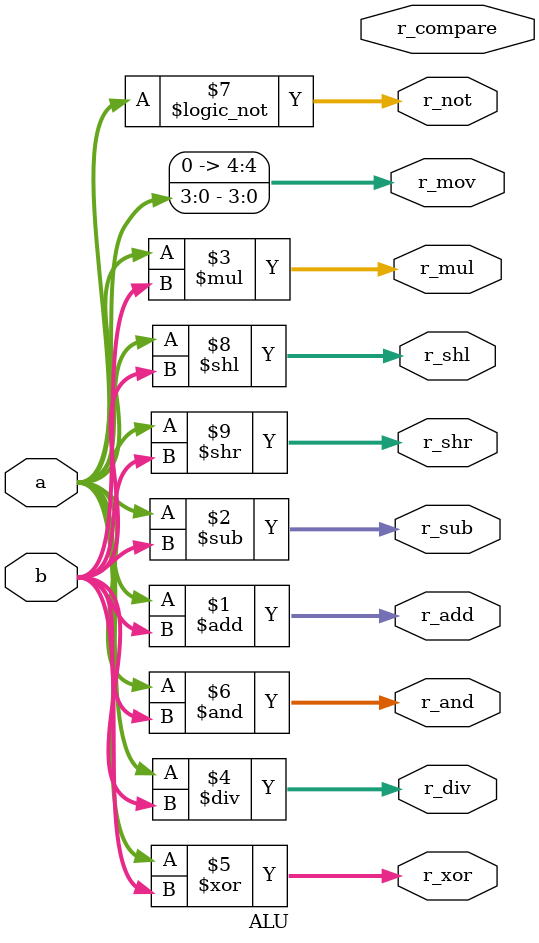
<source format=sv>
module ALU #(parameter N = 4)(
	input logic [N - 1:0] a,
	input logic [N - 1:0] b,
	output logic [N:0] r_mov,
	output logic [N:0] r_compare,
	output logic [N:0] r_add,
	output logic [N:0] r_sub,
	output logic [N:0] r_mul,
	output logic [N:0] r_div,
	output logic [N:0] r_xor,
	output logic [N:0] r_and,
	output logic [N:0] r_not,
	output logic [N:0] r_shl,
	output logic [N:0] r_shr
);

//	logic r_mov_temp;
//	logic r_compare_temp;
//	logic r_add_temp;
//	logic r_sub_temp;
//	logic r_mul_temp;
//	logic r_div_temp;
//	logic r_xor_temp;
//	logic r_and_temp;
//	logic r_not_temp;
//	logic r_shl_temp;
//	logic r_shr_temp;
	

	assign r_mov = a;
	assign r_add = a + b;
	assign r_sub = a - b;
	assign r_mul= a * b;
	assign r_div = a / b;
	assign r_xor = a ^ b;
	assign r_and = a & b;
	assign r_not = !a;
	assign r_shl = a << b;
	assign r_shr = a >> b;
	


endmodule

	
</source>
